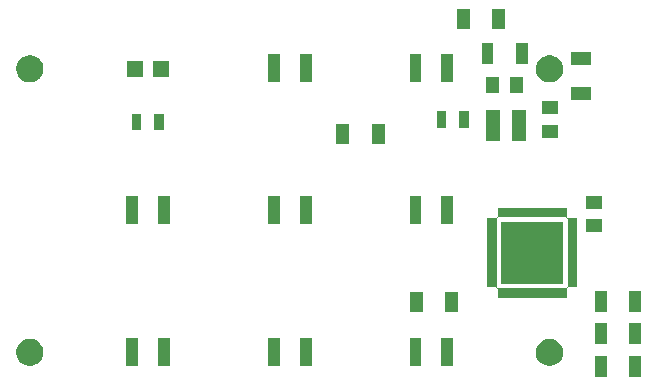
<source format=gts>
G04 #@! TF.GenerationSoftware,KiCad,Pcbnew,(5.0.2)-1*
G04 #@! TF.CreationDate,2019-04-04T16:39:12-04:00*
G04 #@! TF.ProjectId,Dash_Warning_Panel,44617368-5f57-4617-926e-696e675f5061,rev?*
G04 #@! TF.SameCoordinates,Original*
G04 #@! TF.FileFunction,Soldermask,Top*
G04 #@! TF.FilePolarity,Negative*
%FSLAX46Y46*%
G04 Gerber Fmt 4.6, Leading zero omitted, Abs format (unit mm)*
G04 Created by KiCad (PCBNEW (5.0.2)-1) date 4/4/2019 4:39:12 PM*
%MOMM*%
%LPD*%
G01*
G04 APERTURE LIST*
%ADD10C,0.100000*%
G04 APERTURE END LIST*
D10*
G36*
X223750800Y-142100800D02*
X222749200Y-142100800D01*
X222749200Y-140299200D01*
X223750800Y-140299200D01*
X223750800Y-142100800D01*
X223750800Y-142100800D01*
G37*
G36*
X220850800Y-142100800D02*
X219849200Y-142100800D01*
X219849200Y-140299200D01*
X220850800Y-140299200D01*
X220850800Y-142100800D01*
X220850800Y-142100800D01*
G37*
G36*
X172335673Y-138893424D02*
X172335675Y-138893425D01*
X172335676Y-138893425D01*
X172545108Y-138980174D01*
X172545109Y-138980175D01*
X172733595Y-139106117D01*
X172893883Y-139266405D01*
X172893885Y-139266408D01*
X173019826Y-139454892D01*
X173089955Y-139624200D01*
X173106576Y-139664327D01*
X173150800Y-139886655D01*
X173150800Y-140113345D01*
X173118486Y-140275800D01*
X173106575Y-140335676D01*
X173019826Y-140545108D01*
X173019825Y-140545109D01*
X172893883Y-140733595D01*
X172733595Y-140893883D01*
X172733592Y-140893885D01*
X172545108Y-141019826D01*
X172335676Y-141106575D01*
X172335675Y-141106575D01*
X172335673Y-141106576D01*
X172113345Y-141150800D01*
X171886655Y-141150800D01*
X171664327Y-141106576D01*
X171664325Y-141106575D01*
X171664324Y-141106575D01*
X171454892Y-141019826D01*
X171266408Y-140893885D01*
X171266405Y-140893883D01*
X171106117Y-140733595D01*
X170980175Y-140545109D01*
X170980174Y-140545108D01*
X170893425Y-140335676D01*
X170881515Y-140275800D01*
X170849200Y-140113345D01*
X170849200Y-139886655D01*
X170893424Y-139664327D01*
X170910045Y-139624200D01*
X170980174Y-139454892D01*
X171106115Y-139266408D01*
X171106117Y-139266405D01*
X171266405Y-139106117D01*
X171454891Y-138980175D01*
X171454892Y-138980174D01*
X171664324Y-138893425D01*
X171664325Y-138893425D01*
X171664327Y-138893424D01*
X171886655Y-138849200D01*
X172113345Y-138849200D01*
X172335673Y-138893424D01*
X172335673Y-138893424D01*
G37*
G36*
X216335673Y-138893424D02*
X216335675Y-138893425D01*
X216335676Y-138893425D01*
X216545108Y-138980174D01*
X216545109Y-138980175D01*
X216733595Y-139106117D01*
X216893883Y-139266405D01*
X216893885Y-139266408D01*
X217019826Y-139454892D01*
X217089955Y-139624200D01*
X217106576Y-139664327D01*
X217150800Y-139886655D01*
X217150800Y-140113345D01*
X217118486Y-140275800D01*
X217106575Y-140335676D01*
X217019826Y-140545108D01*
X217019825Y-140545109D01*
X216893883Y-140733595D01*
X216733595Y-140893883D01*
X216733592Y-140893885D01*
X216545108Y-141019826D01*
X216335676Y-141106575D01*
X216335675Y-141106575D01*
X216335673Y-141106576D01*
X216113345Y-141150800D01*
X215886655Y-141150800D01*
X215664327Y-141106576D01*
X215664325Y-141106575D01*
X215664324Y-141106575D01*
X215454892Y-141019826D01*
X215266408Y-140893885D01*
X215266405Y-140893883D01*
X215106117Y-140733595D01*
X214980175Y-140545109D01*
X214980174Y-140545108D01*
X214893425Y-140335676D01*
X214881515Y-140275800D01*
X214849200Y-140113345D01*
X214849200Y-139886655D01*
X214893424Y-139664327D01*
X214910045Y-139624200D01*
X214980174Y-139454892D01*
X215106115Y-139266408D01*
X215106117Y-139266405D01*
X215266405Y-139106117D01*
X215454891Y-138980175D01*
X215454892Y-138980174D01*
X215664324Y-138893425D01*
X215664325Y-138893425D01*
X215664327Y-138893424D01*
X215886655Y-138849200D01*
X216113345Y-138849200D01*
X216335673Y-138893424D01*
X216335673Y-138893424D01*
G37*
G36*
X193150800Y-141125800D02*
X192149200Y-141125800D01*
X192149200Y-138774200D01*
X193150800Y-138774200D01*
X193150800Y-141125800D01*
X193150800Y-141125800D01*
G37*
G36*
X205150800Y-141125800D02*
X204149200Y-141125800D01*
X204149200Y-138774200D01*
X205150800Y-138774200D01*
X205150800Y-141125800D01*
X205150800Y-141125800D01*
G37*
G36*
X207850800Y-141125800D02*
X206849200Y-141125800D01*
X206849200Y-138774200D01*
X207850800Y-138774200D01*
X207850800Y-141125800D01*
X207850800Y-141125800D01*
G37*
G36*
X195850800Y-141125800D02*
X194849200Y-141125800D01*
X194849200Y-138774200D01*
X195850800Y-138774200D01*
X195850800Y-141125800D01*
X195850800Y-141125800D01*
G37*
G36*
X181150800Y-141125800D02*
X180149200Y-141125800D01*
X180149200Y-138774200D01*
X181150800Y-138774200D01*
X181150800Y-141125800D01*
X181150800Y-141125800D01*
G37*
G36*
X183850800Y-141125800D02*
X182849200Y-141125800D01*
X182849200Y-138774200D01*
X183850800Y-138774200D01*
X183850800Y-141125800D01*
X183850800Y-141125800D01*
G37*
G36*
X223750800Y-139300800D02*
X222749200Y-139300800D01*
X222749200Y-137499200D01*
X223750800Y-137499200D01*
X223750800Y-139300800D01*
X223750800Y-139300800D01*
G37*
G36*
X220850800Y-139300800D02*
X219849200Y-139300800D01*
X219849200Y-137499200D01*
X220850800Y-137499200D01*
X220850800Y-139300800D01*
X220850800Y-139300800D01*
G37*
G36*
X223750800Y-136600800D02*
X222749200Y-136600800D01*
X222749200Y-134799200D01*
X223750800Y-134799200D01*
X223750800Y-136600800D01*
X223750800Y-136600800D01*
G37*
G36*
X220850800Y-136600800D02*
X219849200Y-136600800D01*
X219849200Y-134799200D01*
X220850800Y-134799200D01*
X220850800Y-136600800D01*
X220850800Y-136600800D01*
G37*
G36*
X205250800Y-136550800D02*
X204149200Y-136550800D01*
X204149200Y-134849200D01*
X205250800Y-134849200D01*
X205250800Y-136550800D01*
X205250800Y-136550800D01*
G37*
G36*
X208250800Y-136550800D02*
X207149200Y-136550800D01*
X207149200Y-134849200D01*
X208250800Y-134849200D01*
X208250800Y-136550800D01*
X208250800Y-136550800D01*
G37*
G36*
X217471866Y-134556354D02*
X217460315Y-134577965D01*
X217453202Y-134601414D01*
X217450800Y-134625800D01*
X217450800Y-135375800D01*
X211599200Y-135375800D01*
X211599200Y-134625800D01*
X211596798Y-134601414D01*
X211589685Y-134577965D01*
X211578134Y-134556354D01*
X211563394Y-134538394D01*
X211581354Y-134553134D01*
X211602965Y-134564685D01*
X211626414Y-134571798D01*
X211650800Y-134574200D01*
X217399200Y-134574200D01*
X217423586Y-134571798D01*
X217447035Y-134564685D01*
X217468646Y-134553134D01*
X217486606Y-134538394D01*
X217471866Y-134556354D01*
X217471866Y-134556354D01*
G37*
G36*
X217506354Y-128628134D02*
X217527965Y-128639685D01*
X217551414Y-128646798D01*
X217575800Y-128649200D01*
X218325800Y-128649200D01*
X218325800Y-134500800D01*
X217575800Y-134500800D01*
X217551414Y-134503202D01*
X217527965Y-134510315D01*
X217506354Y-134521866D01*
X217488394Y-134536606D01*
X217503134Y-134518646D01*
X217514685Y-134497035D01*
X217521798Y-134473586D01*
X217524200Y-134449200D01*
X217524200Y-128700800D01*
X217521798Y-128676414D01*
X217514685Y-128652965D01*
X217503134Y-128631354D01*
X217488394Y-128613394D01*
X217506354Y-128628134D01*
X217506354Y-128628134D01*
G37*
G36*
X211546866Y-128631354D02*
X211535315Y-128652965D01*
X211528202Y-128676414D01*
X211525800Y-128700800D01*
X211525800Y-134449200D01*
X211528202Y-134473586D01*
X211535315Y-134497035D01*
X211546866Y-134518646D01*
X211561606Y-134536606D01*
X211543646Y-134521866D01*
X211522035Y-134510315D01*
X211498586Y-134503202D01*
X211474200Y-134500800D01*
X210724200Y-134500800D01*
X210724200Y-128649200D01*
X211474200Y-128649200D01*
X211498586Y-128646798D01*
X211522035Y-128639685D01*
X211543646Y-128628134D01*
X211561606Y-128613394D01*
X211546866Y-128631354D01*
X211546866Y-128631354D01*
G37*
G36*
X217150800Y-134200800D02*
X211899200Y-134200800D01*
X211899200Y-128949200D01*
X217150800Y-128949200D01*
X217150800Y-134200800D01*
X217150800Y-134200800D01*
G37*
G36*
X220475800Y-129850800D02*
X219124200Y-129850800D01*
X219124200Y-128749200D01*
X220475800Y-128749200D01*
X220475800Y-129850800D01*
X220475800Y-129850800D01*
G37*
G36*
X181150800Y-129125800D02*
X180149200Y-129125800D01*
X180149200Y-126774200D01*
X181150800Y-126774200D01*
X181150800Y-129125800D01*
X181150800Y-129125800D01*
G37*
G36*
X183850800Y-129125800D02*
X182849200Y-129125800D01*
X182849200Y-126774200D01*
X183850800Y-126774200D01*
X183850800Y-129125800D01*
X183850800Y-129125800D01*
G37*
G36*
X193150800Y-129125800D02*
X192149200Y-129125800D01*
X192149200Y-126774200D01*
X193150800Y-126774200D01*
X193150800Y-129125800D01*
X193150800Y-129125800D01*
G37*
G36*
X195850800Y-129125800D02*
X194849200Y-129125800D01*
X194849200Y-126774200D01*
X195850800Y-126774200D01*
X195850800Y-129125800D01*
X195850800Y-129125800D01*
G37*
G36*
X205150800Y-129125800D02*
X204149200Y-129125800D01*
X204149200Y-126774200D01*
X205150800Y-126774200D01*
X205150800Y-129125800D01*
X205150800Y-129125800D01*
G37*
G36*
X207850800Y-129125800D02*
X206849200Y-129125800D01*
X206849200Y-126774200D01*
X207850800Y-126774200D01*
X207850800Y-129125800D01*
X207850800Y-129125800D01*
G37*
G36*
X217450800Y-128524200D02*
X217453202Y-128548586D01*
X217460315Y-128572035D01*
X217471866Y-128593646D01*
X217486606Y-128611606D01*
X217468646Y-128596866D01*
X217447035Y-128585315D01*
X217423586Y-128578202D01*
X217399200Y-128575800D01*
X211650800Y-128575800D01*
X211626414Y-128578202D01*
X211602965Y-128585315D01*
X211581354Y-128596866D01*
X211563394Y-128611606D01*
X211578134Y-128593646D01*
X211589685Y-128572035D01*
X211596798Y-128548586D01*
X211599200Y-128524200D01*
X211599200Y-127774200D01*
X217450800Y-127774200D01*
X217450800Y-128524200D01*
X217450800Y-128524200D01*
G37*
G36*
X220475800Y-127850800D02*
X219124200Y-127850800D01*
X219124200Y-126749200D01*
X220475800Y-126749200D01*
X220475800Y-127850800D01*
X220475800Y-127850800D01*
G37*
G36*
X199050800Y-122350800D02*
X197949200Y-122350800D01*
X197949200Y-120649200D01*
X199050800Y-120649200D01*
X199050800Y-122350800D01*
X199050800Y-122350800D01*
G37*
G36*
X202050800Y-122350800D02*
X200949200Y-122350800D01*
X200949200Y-120649200D01*
X202050800Y-120649200D01*
X202050800Y-122350800D01*
X202050800Y-122350800D01*
G37*
G36*
X211780800Y-122125800D02*
X210619200Y-122125800D01*
X210619200Y-119474200D01*
X211780800Y-119474200D01*
X211780800Y-122125800D01*
X211780800Y-122125800D01*
G37*
G36*
X213980800Y-122125800D02*
X212819200Y-122125800D01*
X212819200Y-119474200D01*
X213980800Y-119474200D01*
X213980800Y-122125800D01*
X213980800Y-122125800D01*
G37*
G36*
X216675800Y-121850800D02*
X215324200Y-121850800D01*
X215324200Y-120749200D01*
X216675800Y-120749200D01*
X216675800Y-121850800D01*
X216675800Y-121850800D01*
G37*
G36*
X181450800Y-121200800D02*
X180649200Y-121200800D01*
X180649200Y-119799200D01*
X181450800Y-119799200D01*
X181450800Y-121200800D01*
X181450800Y-121200800D01*
G37*
G36*
X183350800Y-121200800D02*
X182549200Y-121200800D01*
X182549200Y-119799200D01*
X183350800Y-119799200D01*
X183350800Y-121200800D01*
X183350800Y-121200800D01*
G37*
G36*
X207250800Y-121000800D02*
X206449200Y-121000800D01*
X206449200Y-119599200D01*
X207250800Y-119599200D01*
X207250800Y-121000800D01*
X207250800Y-121000800D01*
G37*
G36*
X209150800Y-121000800D02*
X208349200Y-121000800D01*
X208349200Y-119599200D01*
X209150800Y-119599200D01*
X209150800Y-121000800D01*
X209150800Y-121000800D01*
G37*
G36*
X216675800Y-119850800D02*
X215324200Y-119850800D01*
X215324200Y-118749200D01*
X216675800Y-118749200D01*
X216675800Y-119850800D01*
X216675800Y-119850800D01*
G37*
G36*
X219550800Y-118650800D02*
X217849200Y-118650800D01*
X217849200Y-117549200D01*
X219550800Y-117549200D01*
X219550800Y-118650800D01*
X219550800Y-118650800D01*
G37*
G36*
X213750800Y-118075800D02*
X212649200Y-118075800D01*
X212649200Y-116724200D01*
X213750800Y-116724200D01*
X213750800Y-118075800D01*
X213750800Y-118075800D01*
G37*
G36*
X211750800Y-118075800D02*
X210649200Y-118075800D01*
X210649200Y-116724200D01*
X211750800Y-116724200D01*
X211750800Y-118075800D01*
X211750800Y-118075800D01*
G37*
G36*
X216335673Y-114893424D02*
X216335675Y-114893425D01*
X216335676Y-114893425D01*
X216545108Y-114980174D01*
X216545109Y-114980175D01*
X216733595Y-115106117D01*
X216893883Y-115266405D01*
X216893885Y-115266408D01*
X217019826Y-115454892D01*
X217089955Y-115624200D01*
X217106576Y-115664327D01*
X217150800Y-115886655D01*
X217150800Y-116113345D01*
X217118486Y-116275800D01*
X217106575Y-116335676D01*
X217019826Y-116545108D01*
X217019825Y-116545109D01*
X216893883Y-116733595D01*
X216733595Y-116893883D01*
X216733592Y-116893885D01*
X216545108Y-117019826D01*
X216335676Y-117106575D01*
X216335675Y-117106575D01*
X216335673Y-117106576D01*
X216113345Y-117150800D01*
X215886655Y-117150800D01*
X215664327Y-117106576D01*
X215664325Y-117106575D01*
X215664324Y-117106575D01*
X215454892Y-117019826D01*
X215266408Y-116893885D01*
X215266405Y-116893883D01*
X215106117Y-116733595D01*
X214980175Y-116545109D01*
X214980174Y-116545108D01*
X214893425Y-116335676D01*
X214881515Y-116275800D01*
X214849200Y-116113345D01*
X214849200Y-115886655D01*
X214893424Y-115664327D01*
X214910045Y-115624200D01*
X214980174Y-115454892D01*
X215106115Y-115266408D01*
X215106117Y-115266405D01*
X215266405Y-115106117D01*
X215454891Y-114980175D01*
X215454892Y-114980174D01*
X215664324Y-114893425D01*
X215664325Y-114893425D01*
X215664327Y-114893424D01*
X215886655Y-114849200D01*
X216113345Y-114849200D01*
X216335673Y-114893424D01*
X216335673Y-114893424D01*
G37*
G36*
X172335673Y-114893424D02*
X172335675Y-114893425D01*
X172335676Y-114893425D01*
X172545108Y-114980174D01*
X172545109Y-114980175D01*
X172733595Y-115106117D01*
X172893883Y-115266405D01*
X172893885Y-115266408D01*
X173019826Y-115454892D01*
X173089955Y-115624200D01*
X173106576Y-115664327D01*
X173150800Y-115886655D01*
X173150800Y-116113345D01*
X173118486Y-116275800D01*
X173106575Y-116335676D01*
X173019826Y-116545108D01*
X173019825Y-116545109D01*
X172893883Y-116733595D01*
X172733595Y-116893883D01*
X172733592Y-116893885D01*
X172545108Y-117019826D01*
X172335676Y-117106575D01*
X172335675Y-117106575D01*
X172335673Y-117106576D01*
X172113345Y-117150800D01*
X171886655Y-117150800D01*
X171664327Y-117106576D01*
X171664325Y-117106575D01*
X171664324Y-117106575D01*
X171454892Y-117019826D01*
X171266408Y-116893885D01*
X171266405Y-116893883D01*
X171106117Y-116733595D01*
X170980175Y-116545109D01*
X170980174Y-116545108D01*
X170893425Y-116335676D01*
X170881515Y-116275800D01*
X170849200Y-116113345D01*
X170849200Y-115886655D01*
X170893424Y-115664327D01*
X170910045Y-115624200D01*
X170980174Y-115454892D01*
X171106115Y-115266408D01*
X171106117Y-115266405D01*
X171266405Y-115106117D01*
X171454891Y-114980175D01*
X171454892Y-114980174D01*
X171664324Y-114893425D01*
X171664325Y-114893425D01*
X171664327Y-114893424D01*
X171886655Y-114849200D01*
X172113345Y-114849200D01*
X172335673Y-114893424D01*
X172335673Y-114893424D01*
G37*
G36*
X195850800Y-117125800D02*
X194849200Y-117125800D01*
X194849200Y-114774200D01*
X195850800Y-114774200D01*
X195850800Y-117125800D01*
X195850800Y-117125800D01*
G37*
G36*
X193150800Y-117125800D02*
X192149200Y-117125800D01*
X192149200Y-114774200D01*
X193150800Y-114774200D01*
X193150800Y-117125800D01*
X193150800Y-117125800D01*
G37*
G36*
X205150800Y-117125800D02*
X204149200Y-117125800D01*
X204149200Y-114774200D01*
X205150800Y-114774200D01*
X205150800Y-117125800D01*
X205150800Y-117125800D01*
G37*
G36*
X207850800Y-117125800D02*
X206849200Y-117125800D01*
X206849200Y-114774200D01*
X207850800Y-114774200D01*
X207850800Y-117125800D01*
X207850800Y-117125800D01*
G37*
G36*
X183750800Y-116650800D02*
X182449200Y-116650800D01*
X182449200Y-115349200D01*
X183750800Y-115349200D01*
X183750800Y-116650800D01*
X183750800Y-116650800D01*
G37*
G36*
X181550800Y-116650800D02*
X180249200Y-116650800D01*
X180249200Y-115349200D01*
X181550800Y-115349200D01*
X181550800Y-116650800D01*
X181550800Y-116650800D01*
G37*
G36*
X219550800Y-115650800D02*
X217849200Y-115650800D01*
X217849200Y-114549200D01*
X219550800Y-114549200D01*
X219550800Y-115650800D01*
X219550800Y-115650800D01*
G37*
G36*
X214150800Y-115600800D02*
X213149200Y-115600800D01*
X213149200Y-113799200D01*
X214150800Y-113799200D01*
X214150800Y-115600800D01*
X214150800Y-115600800D01*
G37*
G36*
X211250800Y-115600800D02*
X210249200Y-115600800D01*
X210249200Y-113799200D01*
X211250800Y-113799200D01*
X211250800Y-115600800D01*
X211250800Y-115600800D01*
G37*
G36*
X209250800Y-112650800D02*
X208149200Y-112650800D01*
X208149200Y-110949200D01*
X209250800Y-110949200D01*
X209250800Y-112650800D01*
X209250800Y-112650800D01*
G37*
G36*
X212250800Y-112650800D02*
X211149200Y-112650800D01*
X211149200Y-110949200D01*
X212250800Y-110949200D01*
X212250800Y-112650800D01*
X212250800Y-112650800D01*
G37*
M02*

</source>
